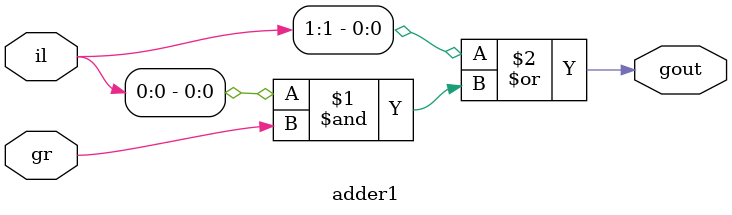
<source format=v>
module adder1(il,gr,gout);
input [1:0] il;
input gr;
output gout;
assign gout = il[1]|(il[0]&gr);
endmodule
</source>
